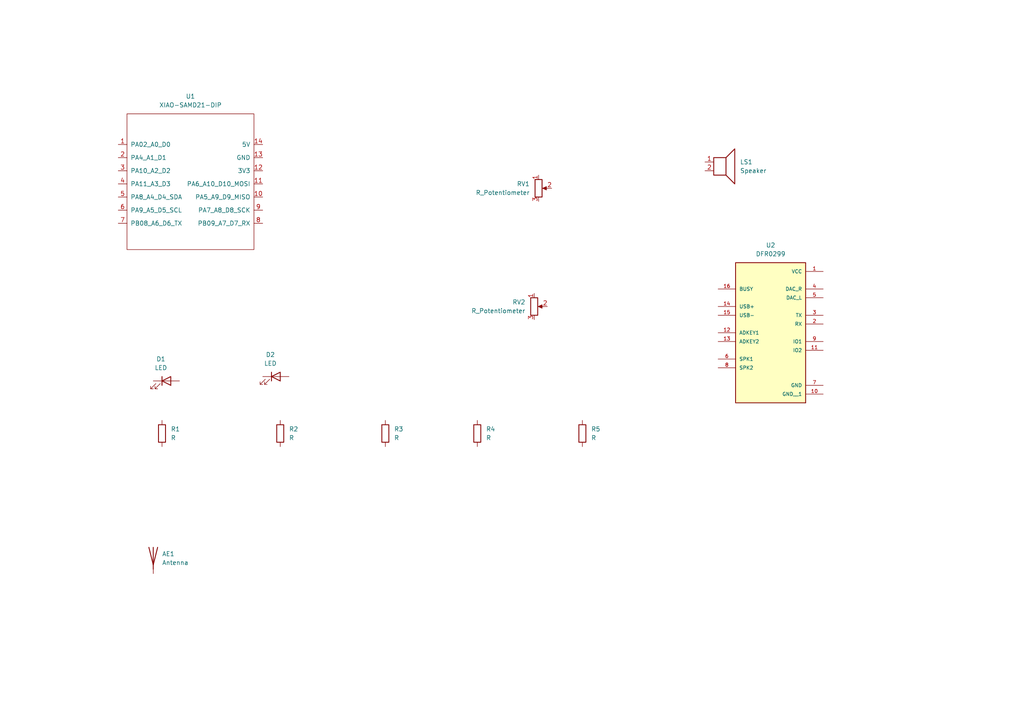
<source format=kicad_sch>
(kicad_sch (version 20231120) (generator "eeschema") (generator_version "8.0")
  (paper "A4")
  (lib_symbols
    (symbol "DFR0299:DFR0299" (pin_names (offset 1.016))
      (property "Reference" "U" (at -10.16 18.542 0))
      (property "Value" "DFR0299" (at -10.16 -25.4 0))
      (symbol "DFR0299_0_0"
        (rectangle (start -10.16 -22.86) (end 10.16 17.78) (stroke (width 0.254)) (fill (type background)))
        (pin power_in line (at 15.24 15.24 180) (length 5.08) (name "VCC") (number "1"))
        (pin power_in line (at 15.24 -20.32 180) (length 5.08) (name "GND__1") (number "10"))
        (pin bidirectional line (at 15.24 -7.62 180) (length 5.08) (name "IO2") (number "11"))
        (pin input line (at -15.24 -2.54 0) (length 5.08) (name "ADKEY1") (number "12"))
        (pin input line (at -15.24 -5.08 0) (length 5.08) (name "ADKEY2") (number "13"))
        (pin input line (at -15.24 5.08 0) (length 5.08) (name "USB+") (number "14"))
        (pin input line (at -15.24 2.54 0) (length 5.08) (name "USB-") (number "15"))
        (pin input line (at -15.24 10.16 0) (length 5.08) (name "BUSY") (number "16"))
        (pin input line (at 15.24 0 180) (length 5.08) (name "RX") (number "2"))
        (pin output line (at 15.24 2.54 180) (length 5.08) (name "TX") (number "3"))
        (pin output line (at 15.24 10.16 180) (length 5.08) (name "DAC_R") (number "4"))
        (pin output line (at 15.24 7.62 180) (length 5.08) (name "DAC_L") (number "5"))
        (pin passive line (at -15.24 -10.16 0) (length 5.08) (name "SPK1") (number "6"))
        (pin power_in line (at 15.24 -17.78 180) (length 5.08) (name "GND") (number "7"))
        (pin passive line (at -15.24 -12.7 0) (length 5.08) (name "SPK2") (number "8"))
        (pin bidirectional line (at 15.24 -5.08 180) (length 5.08) (name "IO1") (number "9"))
      )
    )
    (symbol "Device:Antenna" (pin_numbers hide) (pin_names (offset 1.016) hide)
      (property "Reference" "AE" (at -1.905 1.905 0))
      (property "Value" "Antenna" (at -1.905 0 0))
      (symbol "Antenna_0_1"
        (polyline (pts (xy 0 2.54) (xy 0 -3.81)) (stroke (width 0.254)))
        (polyline (pts (xy 1.27 2.54) (xy 0 -2.54) (xy -1.27 2.54)) (stroke (width 0.254)))
      )
      (symbol "Antenna_1_1"
        (pin input line (at 0 -5.08 90) (length 2.54) (name "A") (number "1"))
      )
    )
    (symbol "Device:LED" (pin_numbers hide) (pin_names (offset 1.016) hide)
      (property "Reference" "D" (at 0 2.54 0))
      (property "Value" "LED" (at 0 -2.54 0))
      (symbol "LED_0_1"
        (polyline (pts (xy -1.27 -1.27) (xy -1.27 1.27)) (stroke (width 0.254)))
        (polyline (pts (xy -1.27 0) (xy 1.27 0)))
        (polyline (pts (xy 1.27 -1.27) (xy 1.27 1.27) (xy -1.27 0) (xy 1.27 -1.27)) (stroke (width 0.254)))
        (polyline (pts (xy -3.048 -0.762) (xy -4.572 -2.286) (xy -3.81 -2.286) (xy -4.572 -2.286) (xy -4.572 -1.524)))
        (polyline (pts (xy -1.778 -0.762) (xy -3.302 -2.286) (xy -2.54 -2.286) (xy -3.302 -2.286) (xy -3.302 -1.524)))
      )
      (symbol "LED_1_1"
        (pin passive line (at -3.81 0 0) (length 2.54) (name "K") (number "1"))
        (pin passive line (at 3.81 0 180) (length 2.54) (name "A") (number "2"))
      )
    )
    (symbol "Device:R" (pin_numbers hide) (pin_names (offset 0))
      (property "Reference" "R" (at 2.032 0 90))
      (property "Value" "R" (at 0 0 90))
      (symbol "R_0_1"
        (rectangle (start -1.016 -2.54) (end 1.016 2.54) (stroke (width 0.254)))
      )
      (symbol "R_1_1"
        (pin passive line (at 0 3.81 270) (length 1.27) (name "~") (number "1"))
        (pin passive line (at 0 -3.81 90) (length 1.27) (name "~") (number "2"))
      )
    )
    (symbol "Device:R_Potentiometer" (pin_names (offset 1.016) hide)
      (property "Reference" "RV" (at -4.445 0 90))
      (property "Value" "R_Potentiometer" (at -2.54 0 90))
      (symbol "R_Potentiometer_0_1"
        (polyline (pts (xy 2.54 0) (xy 1.524 0)))
        (polyline (pts (xy 1.143 0) (xy 2.286 0.508) (xy 2.286 -0.508) (xy 1.143 0)) (fill (type outline)))
        (rectangle (start 1.016 2.54) (end -1.016 -2.54) (stroke (width 0.254)))
      )
      (symbol "R_Potentiometer_1_1"
        (pin passive line (at 0 3.81 270) (length 1.27) (name "1") (number "1"))
        (pin passive line (at 3.81 0 180) (length 1.27) (name "2") (number "2"))
        (pin passive line (at 0 -3.81 90) (length 1.27) (name "3") (number "3"))
      )
    )
    (symbol "Device:Speaker" (pin_names (offset 0) hide)
      (property "Reference" "LS" (at 1.27 5.715 0))
      (property "Value" "Speaker" (at 1.27 3.81 0))
      (symbol "Speaker_0_0"
        (rectangle (start -2.54 1.27) (end 1.016 -3.81) (stroke (width 0.254)))
        (polyline (pts (xy 1.016 1.27) (xy 3.556 3.81) (xy 3.556 -6.35) (xy 1.016 -3.81)) (stroke (width 0.254)))
      )
      (symbol "Speaker_1_1"
        (pin input line (at -5.08 0 0) (length 2.54) (name "1") (number "1"))
        (pin input line (at -5.08 -2.54 0) (length 2.54) (name "2") (number "2"))
      )
    )
    (symbol "Seeed_Studio_XIAO_Series:XIAO-SAMD21-DIP" (pin_names (offset 1.016))
      (property "Reference" "U" (at -18.542 22.86 0))
      (property "Value" "XIAO-SAMD21-DIP" (at -10.16 21.082 0))
      (symbol "XIAO-SAMD21-DIP_0_1"
        (rectangle (start -19.05 20.32) (end 17.78 -19.05))
      )
      (symbol "XIAO-SAMD21-DIP_1_1"
        (pin passive line (at -21.59 11.43 0) (length 2.54) (name "PA02_A0_D0") (number "1"))
        (pin passive line (at 20.32 -3.81 180) (length 2.54) (name "PA5_A9_D9_MISO") (number "10"))
        (pin passive line (at 20.32 0 180) (length 2.54) (name "PA6_A10_D10_MOSI") (number "11"))
        (pin passive line (at 20.32 3.81 180) (length 2.54) (name "3V3") (number "12"))
        (pin passive line (at 20.32 7.62 180) (length 2.54) (name "GND") (number "13"))
        (pin passive line (at 20.32 11.43 180) (length 2.54) (name "5V") (number "14"))
        (pin passive line (at -21.59 7.62 0) (length 2.54) (name "PA4_A1_D1") (number "2"))
        (pin passive line (at -21.59 3.81 0) (length 2.54) (name "PA10_A2_D2") (number "3"))
        (pin passive line (at -21.59 0 0) (length 2.54) (name "PA11_A3_D3") (number "4"))
        (pin passive line (at -21.59 -3.81 0) (length 2.54) (name "PA8_A4_D4_SDA") (number "5"))
        (pin passive line (at -21.59 -7.62 0) (length 2.54) (name "PA9_A5_D5_SCL") (number "6"))
        (pin passive line (at -21.59 -11.43 0) (length 2.54) (name "PB08_A6_D6_TX") (number "7"))
        (pin passive line (at 20.32 -11.43 180) (length 2.54) (name "PB09_A7_D7_RX") (number "8"))
        (pin passive line (at 20.32 -7.62 180) (length 2.54) (name "PA7_A8_D8_SCK") (number "9"))
      )
    )
  )
  (symbol (lib_id "Device:R_Potentiometer") (at 156.21 54.61 0) (unit 1)
    (property "Reference" "RV1" (at 153.67 53.3399 0) (effects (justify right)))
    (property "Value" "R_Potentiometer" (at 153.67 55.8799 0) (effects (justify right)))
    (property "Description" "Potentiometer" (effects (hide yes)))
  )
  (symbol (lib_id "Device:R_Potentiometer") (at 154.94 88.9 0) (unit 1)
    (property "Reference" "RV2" (at 152.4 87.6299 0) (effects (justify right)))
    (property "Value" "R_Potentiometer" (at 152.4 90.1699 0) (effects (justify right)))
    (property "Description" "Potentiometer" (effects (hide yes)))
  )
  (symbol (lib_id "Device:Speaker") (at 209.55 46.99 0) (unit 1)
    (property "Reference" "LS1" (at 214.63 46.9899 0) (effects (justify left)))
    (property "Value" "Speaker" (at 214.63 49.5299 0) (effects (justify left)))
    (property "Description" "Speaker" (effects (hide yes)))
  )
  (symbol (lib_id "Device:R") (at 81.28 125.73 0) (unit 1)
    (property "Reference" "R2" (at 83.82 124.4599 0) (effects (justify left)))
    (property "Value" "R" (at 83.82 126.9999 0) (effects (justify left)))
    (property "Description" "Resistor" (effects (hide yes)))
  )
  (symbol (lib_id "Device:R") (at 168.91 125.73 0) (unit 1)
    (property "Reference" "R5" (at 171.45 124.4599 0) (effects (justify left)))
    (property "Value" "R" (at 171.45 126.9999 0) (effects (justify left)))
    (property "Description" "Resistor" (effects (hide yes)))
  )
  (symbol (lib_id "DFR0299:DFR0299") (at 223.52 93.98 0) (unit 1)
    (property "Reference" "U2" (at 223.52 71.12 0))
    (property "Value" "DFR0299" (at 223.52 73.66 0))
    (property "Footprint" "DFR0299:MODULE_DFR0299" (effects (hide yes)))
    (property "MF" "DFRobot" (effects (hide yes)))
    (property "DESCRIPTION" "Dfplayer - a Mini Mp3 Player" (effects (hide yes)))
    (property "PACKAGE" "None" (effects (hide yes)))
    (property "PRICE" "None" (effects (hide yes)))
    (property "MP" "DFR0299" (effects (hide yes)))
    (property "AVAILABILITY" "Unavailable" (effects (hide yes)))
  )
  (symbol (lib_id "Seeed_Studio_XIAO_Series:XIAO-SAMD21-DIP") (at 55.88 53.34 0) (unit 1)
    (property "Reference" "U1" (at 55.245 27.94 0))
    (property "Value" "XIAO-SAMD21-DIP" (at 55.245 30.48 0))
  )
  (symbol (lib_id "Device:LED") (at 48.26 110.49 0) (unit 1)
    (property "Reference" "D1" (at 46.6725 104.14 0))
    (property "Value" "LED" (at 46.6725 106.68 0))
    (property "Description" "Light emitting diode" (effects (hide yes)))
  )
  (symbol (lib_id "Device:LED") (at 80.01 109.22 0) (unit 1)
    (property "Reference" "D2" (at 78.4225 102.87 0))
    (property "Value" "LED" (at 78.4225 105.41 0))
    (property "Description" "Light emitting diode" (effects (hide yes)))
  )
  (symbol (lib_id "Device:R") (at 138.43 125.73 0) (unit 1)
    (property "Reference" "R4" (at 140.97 124.4599 0) (effects (justify left)))
    (property "Value" "R" (at 140.97 126.9999 0) (effects (justify left)))
    (property "Description" "Resistor" (effects (hide yes)))
  )
  (symbol (lib_id "Device:R") (at 111.76 125.73 0) (unit 1)
    (property "Reference" "R3" (at 114.3 124.4599 0) (effects (justify left)))
    (property "Value" "R" (at 114.3 126.9999 0) (effects (justify left)))
    (property "Description" "Resistor" (effects (hide yes)))
  )
  (symbol (lib_id "Device:R") (at 46.99 125.73 0) (unit 1)
    (property "Reference" "R1" (at 49.53 124.4599 0) (effects (justify left)))
    (property "Value" "R" (at 49.53 126.9999 0) (effects (justify left)))
    (property "Description" "Resistor" (effects (hide yes)))
  )
  (symbol (lib_id "Device:Antenna") (at 44.45 161.29 0) (unit 1)
    (property "Reference" "AE1" (at 46.99 160.6549 0) (effects (justify left)))
    (property "Value" "Antenna" (at 46.99 163.1949 0) (effects (justify left)))
    (property "Description" "Antenna" (effects (hide yes)))
  )
)
</source>
